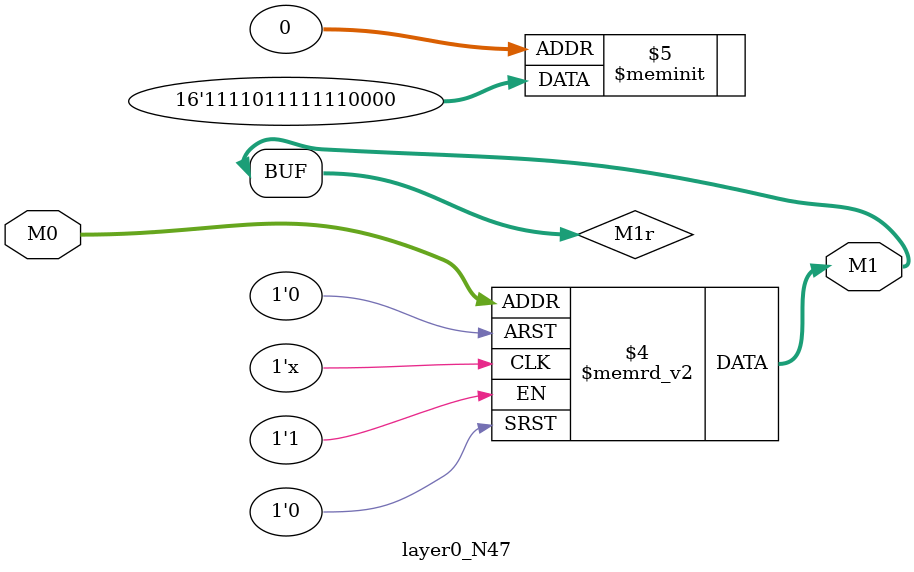
<source format=v>
module layer0_N47 ( input [2:0] M0, output [1:0] M1 );

	(*rom_style = "distributed" *) reg [1:0] M1r;
	assign M1 = M1r;
	always @ (M0) begin
		case (M0)
			3'b000: M1r = 2'b00;
			3'b100: M1r = 2'b11;
			3'b010: M1r = 2'b11;
			3'b110: M1r = 2'b11;
			3'b001: M1r = 2'b00;
			3'b101: M1r = 2'b01;
			3'b011: M1r = 2'b11;
			3'b111: M1r = 2'b11;

		endcase
	end
endmodule

</source>
